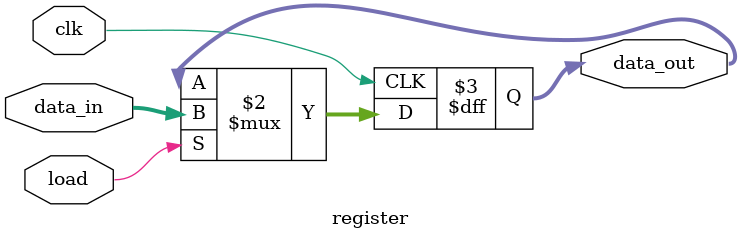
<source format=v>
module register
#(parameter WIDTH=8)
	(input wire clk,
 	 input wire load,
	 input wire [WIDTH-1:0] data_in,
	 output reg [WIDTH-1:0] data_out);

always @(posedge clk)
	data_out <= load ? data_in : data_out;
endmodule

</source>
